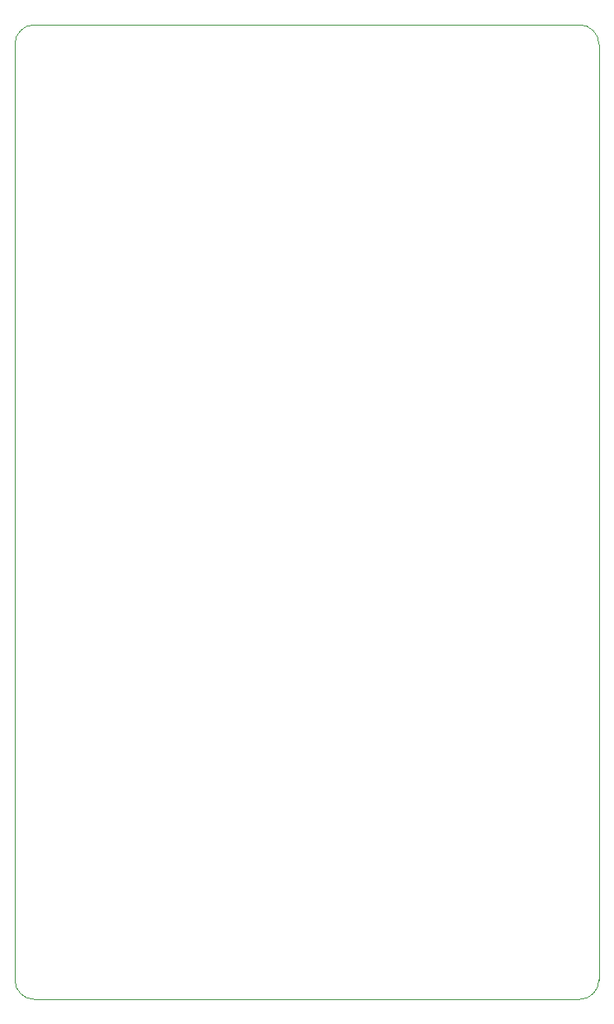
<source format=gm1>
G04 #@! TF.GenerationSoftware,KiCad,Pcbnew,(5.1.2)-2*
G04 #@! TF.CreationDate,2019-11-23T11:04:55-05:00*
G04 #@! TF.ProjectId,tdm_mainboard,74646d5f-6d61-4696-9e62-6f6172642e6b,rev?*
G04 #@! TF.SameCoordinates,Original*
G04 #@! TF.FileFunction,Profile,NP*
%FSLAX46Y46*%
G04 Gerber Fmt 4.6, Leading zero omitted, Abs format (unit mm)*
G04 Created by KiCad (PCBNEW (5.1.2)-2) date 2019-11-23 11:04:55*
%MOMM*%
%LPD*%
G04 APERTURE LIST*
%ADD10C,0.050000*%
G04 APERTURE END LIST*
D10*
X20000000Y-22000000D02*
G75*
G02X22000000Y-20000000I2000000J0D01*
G01*
X22000000Y-120000000D02*
G75*
G02X20000000Y-118000000I0J2000000D01*
G01*
X80000000Y-118000000D02*
G75*
G02X78000000Y-120000000I-2000000J0D01*
G01*
X78000000Y-20000000D02*
G75*
G02X80000000Y-22000000I0J-2000000D01*
G01*
X80000000Y-118000000D02*
X80000000Y-22000000D01*
X78000000Y-20000000D02*
X22000000Y-20000000D01*
X22000000Y-120000000D02*
X78000000Y-120000000D01*
X20000000Y-22000000D02*
X20000000Y-118000000D01*
M02*

</source>
